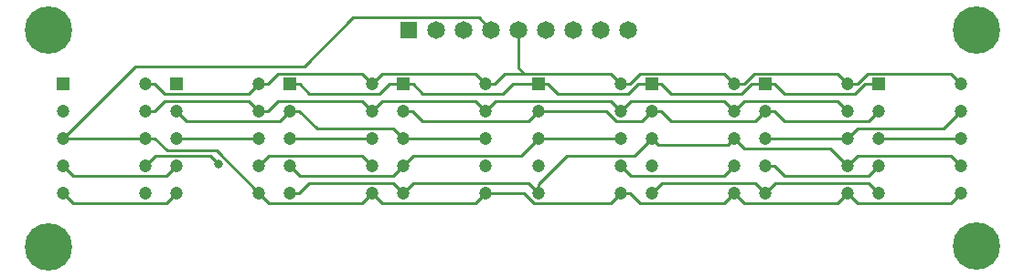
<source format=gbr>
G04 #@! TF.GenerationSoftware,KiCad,Pcbnew,(5.1.10)-1*
G04 #@! TF.CreationDate,2021-10-20T16:59:38-04:00*
G04 #@! TF.ProjectId,7seg,37736567-2e6b-4696-9361-645f70636258,rev?*
G04 #@! TF.SameCoordinates,Original*
G04 #@! TF.FileFunction,Copper,L1,Top*
G04 #@! TF.FilePolarity,Positive*
%FSLAX46Y46*%
G04 Gerber Fmt 4.6, Leading zero omitted, Abs format (unit mm)*
G04 Created by KiCad (PCBNEW (5.1.10)-1) date 2021-10-20 16:59:38*
%MOMM*%
%LPD*%
G01*
G04 APERTURE LIST*
G04 #@! TA.AperFunction,ComponentPad*
%ADD10C,4.400000*%
G04 #@! TD*
G04 #@! TA.AperFunction,ComponentPad*
%ADD11C,1.650000*%
G04 #@! TD*
G04 #@! TA.AperFunction,ComponentPad*
%ADD12R,1.650000X1.650000*%
G04 #@! TD*
G04 #@! TA.AperFunction,ComponentPad*
%ADD13C,1.200000*%
G04 #@! TD*
G04 #@! TA.AperFunction,ComponentPad*
%ADD14R,1.200000X1.200000*%
G04 #@! TD*
G04 #@! TA.AperFunction,ViaPad*
%ADD15C,0.800000*%
G04 #@! TD*
G04 #@! TA.AperFunction,Conductor*
%ADD16C,0.254000*%
G04 #@! TD*
G04 #@! TA.AperFunction,Conductor*
%ADD17C,0.250000*%
G04 #@! TD*
G04 APERTURE END LIST*
D10*
X159537400Y-70053200D03*
X159537400Y-90119200D03*
X73583800Y-90144600D03*
X73583800Y-70027800D03*
D11*
X127320000Y-70000000D03*
X124780000Y-70000000D03*
X122240000Y-70000000D03*
X119700000Y-70000000D03*
X117160000Y-70000000D03*
X114620000Y-70000000D03*
X112080000Y-70000000D03*
X109540000Y-70000000D03*
D12*
X107000000Y-70000000D03*
D13*
X82620000Y-75000000D03*
X82620000Y-77540000D03*
X82620000Y-80080000D03*
X82620000Y-82620000D03*
X82620000Y-85160000D03*
X75000000Y-85160000D03*
X75000000Y-82620000D03*
X75000000Y-80080000D03*
X75000000Y-77540000D03*
D14*
X75000000Y-75000000D03*
D13*
X158120000Y-75000000D03*
X158120000Y-77540000D03*
X158120000Y-80080000D03*
X158120000Y-82620000D03*
X158120000Y-85160000D03*
X150500000Y-85160000D03*
X150500000Y-82620000D03*
X150500000Y-80080000D03*
X150500000Y-77540000D03*
D14*
X150500000Y-75000000D03*
D13*
X147620000Y-75000000D03*
X147620000Y-77540000D03*
X147620000Y-80080000D03*
X147620000Y-82620000D03*
X147620000Y-85160000D03*
X140000000Y-85160000D03*
X140000000Y-82620000D03*
X140000000Y-80080000D03*
X140000000Y-77540000D03*
D14*
X140000000Y-75000000D03*
D13*
X137120000Y-75000000D03*
X137120000Y-77540000D03*
X137120000Y-80080000D03*
X137120000Y-82620000D03*
X137120000Y-85160000D03*
X129500000Y-85160000D03*
X129500000Y-82620000D03*
X129500000Y-80080000D03*
X129500000Y-77540000D03*
D14*
X129500000Y-75000000D03*
D13*
X126620000Y-75000000D03*
X126620000Y-77540000D03*
X126620000Y-80080000D03*
X126620000Y-82620000D03*
X126620000Y-85160000D03*
X119000000Y-85160000D03*
X119000000Y-82620000D03*
X119000000Y-80080000D03*
X119000000Y-77540000D03*
D14*
X119000000Y-75000000D03*
D13*
X114120000Y-75000000D03*
X114120000Y-77540000D03*
X114120000Y-80080000D03*
X114120000Y-82620000D03*
X114120000Y-85160000D03*
X106500000Y-85160000D03*
X106500000Y-82620000D03*
X106500000Y-80080000D03*
X106500000Y-77540000D03*
D14*
X106500000Y-75000000D03*
D13*
X103620000Y-75000000D03*
X103620000Y-77540000D03*
X103620000Y-80080000D03*
X103620000Y-82620000D03*
X103620000Y-85160000D03*
X96000000Y-85160000D03*
X96000000Y-82620000D03*
X96000000Y-80080000D03*
X96000000Y-77540000D03*
D14*
X96000000Y-75000000D03*
D13*
X93120000Y-75000000D03*
X93120000Y-77540000D03*
X93120000Y-80080000D03*
X93120000Y-82620000D03*
X93120000Y-85160000D03*
X85500000Y-85160000D03*
X85500000Y-82620000D03*
X85500000Y-80080000D03*
X85500000Y-77540000D03*
D14*
X85500000Y-75000000D03*
D15*
X89400000Y-82500000D03*
D16*
X84572999Y-83547001D02*
X84900001Y-83219999D01*
X75927001Y-83547001D02*
X84572999Y-83547001D01*
X84900001Y-83219999D02*
X85500000Y-82620000D01*
X75000000Y-82620000D02*
X75927001Y-83547001D01*
X105900001Y-83219999D02*
X106500000Y-82620000D01*
X105572999Y-83547001D02*
X105900001Y-83219999D01*
X96927001Y-83547001D02*
X105572999Y-83547001D01*
X96000000Y-82620000D02*
X96927001Y-83547001D01*
X117387001Y-81692999D02*
X118400001Y-80679999D01*
X107427001Y-81692999D02*
X117387001Y-81692999D01*
X118400001Y-80679999D02*
X119000000Y-80080000D01*
X106500000Y-82620000D02*
X107427001Y-81692999D01*
X119848528Y-80080000D02*
X126620000Y-80080000D01*
X119000000Y-80080000D02*
X119848528Y-80080000D01*
X139400001Y-84560001D02*
X140000000Y-85160000D01*
X130427001Y-84232999D02*
X139072999Y-84232999D01*
X139072999Y-84232999D02*
X139400001Y-84560001D01*
X129500000Y-85160000D02*
X130427001Y-84232999D01*
X149900001Y-84560001D02*
X150500000Y-85160000D01*
X149572999Y-84232999D02*
X149900001Y-84560001D01*
X140927001Y-84232999D02*
X149572999Y-84232999D01*
X140000000Y-85160000D02*
X140927001Y-84232999D01*
X84900001Y-85759999D02*
X85500000Y-85160000D01*
X84572999Y-86087001D02*
X84900001Y-85759999D01*
X75927001Y-86087001D02*
X84572999Y-86087001D01*
X75000000Y-85160000D02*
X75927001Y-86087001D01*
X105900001Y-84560001D02*
X106500000Y-85160000D01*
X105572999Y-84232999D02*
X105900001Y-84560001D01*
X97775529Y-84232999D02*
X105572999Y-84232999D01*
X96848528Y-85160000D02*
X97775529Y-84232999D01*
X96000000Y-85160000D02*
X96848528Y-85160000D01*
X118400001Y-84560001D02*
X119000000Y-85160000D01*
X118072999Y-84232999D02*
X118400001Y-84560001D01*
X107427001Y-84232999D02*
X118072999Y-84232999D01*
X106500000Y-85160000D02*
X107427001Y-84232999D01*
X119000000Y-84311472D02*
X121618473Y-81692999D01*
X119000000Y-85160000D02*
X119000000Y-84311472D01*
X127887001Y-81692999D02*
X129500000Y-80080000D01*
X121618473Y-81692999D02*
X127887001Y-81692999D01*
X136520001Y-80679999D02*
X137120000Y-80080000D01*
X130099999Y-80679999D02*
X136520001Y-80679999D01*
X129500000Y-80080000D02*
X130099999Y-80679999D01*
X147020001Y-82020001D02*
X147620000Y-82620000D01*
X146007001Y-81007001D02*
X147020001Y-82020001D01*
X138047001Y-81007001D02*
X146007001Y-81007001D01*
X137120000Y-80080000D02*
X138047001Y-81007001D01*
X157520001Y-82020001D02*
X158120000Y-82620000D01*
X157192999Y-81692999D02*
X157520001Y-82020001D01*
X148547001Y-81692999D02*
X157192999Y-81692999D01*
X147620000Y-82620000D02*
X148547001Y-81692999D01*
X88592999Y-81692999D02*
X89400000Y-82500000D01*
X82620000Y-82620000D02*
X83547001Y-81692999D01*
X83547001Y-81692999D02*
X88592999Y-81692999D01*
X103020001Y-82020001D02*
X103620000Y-82620000D01*
X102692999Y-81692999D02*
X103020001Y-82020001D01*
X94047001Y-81692999D02*
X102692999Y-81692999D01*
X93120000Y-82620000D02*
X94047001Y-81692999D01*
X136520001Y-83219999D02*
X137120000Y-82620000D01*
X136192999Y-83547001D02*
X136520001Y-83219999D01*
X127547001Y-83547001D02*
X136192999Y-83547001D01*
X126620000Y-82620000D02*
X127547001Y-83547001D01*
X140848528Y-80080000D02*
X147620000Y-80080000D01*
X140000000Y-80080000D02*
X140848528Y-80080000D01*
X157520001Y-78139999D02*
X158120000Y-77540000D01*
X156507001Y-79152999D02*
X157520001Y-78139999D01*
X148547001Y-79152999D02*
X156507001Y-79152999D01*
X147620000Y-80080000D02*
X148547001Y-79152999D01*
X92520001Y-76940001D02*
X93120000Y-77540000D01*
X92192999Y-76612999D02*
X92520001Y-76940001D01*
X83468528Y-77540000D02*
X84395529Y-76612999D01*
X84395529Y-76612999D02*
X92192999Y-76612999D01*
X82620000Y-77540000D02*
X83468528Y-77540000D01*
X102692999Y-76612999D02*
X103020001Y-76940001D01*
X103020001Y-76940001D02*
X103620000Y-77540000D01*
X94895529Y-76612999D02*
X102692999Y-76612999D01*
X93968528Y-77540000D02*
X94895529Y-76612999D01*
X93120000Y-77540000D02*
X93968528Y-77540000D01*
X113520001Y-76940001D02*
X114120000Y-77540000D01*
X113192999Y-76612999D02*
X113520001Y-76940001D01*
X104547001Y-76612999D02*
X113192999Y-76612999D01*
X103620000Y-77540000D02*
X104547001Y-76612999D01*
X125692999Y-76612999D02*
X126020001Y-76940001D01*
X126020001Y-76940001D02*
X126620000Y-77540000D01*
X115047001Y-76612999D02*
X125692999Y-76612999D01*
X114120000Y-77540000D02*
X115047001Y-76612999D01*
X136520001Y-76940001D02*
X137120000Y-77540000D01*
X136192999Y-76612999D02*
X136520001Y-76940001D01*
X127547001Y-76612999D02*
X136192999Y-76612999D01*
X126620000Y-77540000D02*
X127547001Y-76612999D01*
X147020001Y-76940001D02*
X147620000Y-77540000D01*
X146692999Y-76612999D02*
X147020001Y-76940001D01*
X138047001Y-76612999D02*
X146692999Y-76612999D01*
X137120000Y-77540000D02*
X138047001Y-76612999D01*
X151348528Y-80080000D02*
X158120000Y-80080000D01*
X150500000Y-80080000D02*
X151348528Y-80080000D01*
X92520001Y-75599999D02*
X93120000Y-75000000D01*
X92192999Y-75927001D02*
X92520001Y-75599999D01*
X84395529Y-75927001D02*
X92192999Y-75927001D01*
X83468528Y-75000000D02*
X84395529Y-75927001D01*
X82620000Y-75000000D02*
X83468528Y-75000000D01*
X102692999Y-74072999D02*
X103020001Y-74400001D01*
X93968528Y-75000000D02*
X94895529Y-74072999D01*
X103020001Y-74400001D02*
X103620000Y-75000000D01*
X94895529Y-74072999D02*
X102692999Y-74072999D01*
X93120000Y-75000000D02*
X93968528Y-75000000D01*
X113192999Y-74072999D02*
X113520001Y-74400001D01*
X104547001Y-74072999D02*
X113192999Y-74072999D01*
X113520001Y-74400001D02*
X114120000Y-75000000D01*
X103620000Y-75000000D02*
X104547001Y-74072999D01*
X126020001Y-74400001D02*
X126620000Y-75000000D01*
X125692999Y-74072999D02*
X126020001Y-74400001D01*
X114968528Y-75000000D02*
X115895529Y-74072999D01*
X114120000Y-75000000D02*
X114968528Y-75000000D01*
X136192999Y-74072999D02*
X136520001Y-74400001D01*
X136520001Y-74400001D02*
X137120000Y-75000000D01*
X128395529Y-74072999D02*
X136192999Y-74072999D01*
X127468528Y-75000000D02*
X128395529Y-74072999D01*
X126620000Y-75000000D02*
X127468528Y-75000000D01*
X147020001Y-74400001D02*
X147620000Y-75000000D01*
X146692999Y-74072999D02*
X147020001Y-74400001D01*
X138057933Y-75000000D02*
X138984934Y-74072999D01*
X138984934Y-74072999D02*
X146692999Y-74072999D01*
X137120000Y-75000000D02*
X138057933Y-75000000D01*
X157192999Y-74072999D02*
X157520001Y-74400001D01*
X157520001Y-74400001D02*
X158120000Y-75000000D01*
X148557933Y-75000000D02*
X149484934Y-74072999D01*
X149484934Y-74072999D02*
X157192999Y-74072999D01*
X147620000Y-75000000D02*
X148557933Y-75000000D01*
D17*
X117160000Y-70000000D02*
X117160000Y-73535998D01*
D16*
X117697001Y-74072999D02*
X125692999Y-74072999D01*
D17*
X117160000Y-73535998D02*
X117697001Y-74072999D01*
D16*
X115895529Y-74072999D02*
X117697001Y-74072999D01*
X75848528Y-80080000D02*
X82620000Y-80080000D01*
X75000000Y-80080000D02*
X75848528Y-80080000D01*
X82620000Y-80080000D02*
X83468528Y-80080000D01*
X93120000Y-85160000D02*
X89160000Y-81200000D01*
X84588528Y-81200000D02*
X83468528Y-80080000D01*
X89160000Y-81200000D02*
X84588528Y-81200000D01*
X103020001Y-85759999D02*
X103620000Y-85160000D01*
X102692999Y-86087001D02*
X103020001Y-85759999D01*
X94047001Y-86087001D02*
X102692999Y-86087001D01*
X93120000Y-85160000D02*
X94047001Y-86087001D01*
X113520001Y-85759999D02*
X114120000Y-85160000D01*
X113192999Y-86087001D02*
X113520001Y-85759999D01*
X104547001Y-86087001D02*
X113192999Y-86087001D01*
X103620000Y-85160000D02*
X104547001Y-86087001D01*
X125692999Y-86087001D02*
X126020001Y-85759999D01*
X118555039Y-86087001D02*
X125692999Y-86087001D01*
X117628038Y-85160000D02*
X118555039Y-86087001D01*
X126020001Y-85759999D02*
X126620000Y-85160000D01*
X114120000Y-85160000D02*
X117628038Y-85160000D01*
X136520001Y-85759999D02*
X137120000Y-85160000D01*
X136192999Y-86087001D02*
X136520001Y-85759999D01*
X128395529Y-86087001D02*
X136192999Y-86087001D01*
X127468528Y-85160000D02*
X128395529Y-86087001D01*
X126620000Y-85160000D02*
X127468528Y-85160000D01*
X147020001Y-85759999D02*
X147620000Y-85160000D01*
X146692999Y-86087001D02*
X147020001Y-85759999D01*
X138047001Y-86087001D02*
X146692999Y-86087001D01*
X137120000Y-85160000D02*
X138047001Y-86087001D01*
X157520001Y-85759999D02*
X158120000Y-85160000D01*
X148547001Y-86087001D02*
X157192999Y-86087001D01*
X157192999Y-86087001D02*
X157520001Y-85759999D01*
X147620000Y-85160000D02*
X148547001Y-86087001D01*
X81674000Y-73406000D02*
X75000000Y-80080000D01*
D17*
X81674000Y-73406000D02*
X97282000Y-73406000D01*
X113469999Y-68849999D02*
X114620000Y-70000000D01*
X101838001Y-68849999D02*
X113469999Y-68849999D01*
X97282000Y-73406000D02*
X101838001Y-68849999D01*
D16*
X85500000Y-80080000D02*
X93120000Y-80080000D01*
X97781001Y-75927001D02*
X104272999Y-75927001D01*
X96000000Y-75000000D02*
X96854000Y-75000000D01*
X96854000Y-75000000D02*
X97781001Y-75927001D01*
X105200000Y-75000000D02*
X106500000Y-75000000D01*
X104272999Y-75927001D02*
X105200000Y-75000000D01*
X108281001Y-75927001D02*
X115672999Y-75927001D01*
X106500000Y-75000000D02*
X107354000Y-75000000D01*
X107354000Y-75000000D02*
X108281001Y-75927001D01*
X116600000Y-75000000D02*
X119000000Y-75000000D01*
X115672999Y-75927001D02*
X116600000Y-75000000D01*
X120781001Y-75927001D02*
X127272999Y-75927001D01*
X119000000Y-75000000D02*
X119854000Y-75000000D01*
X119854000Y-75000000D02*
X120781001Y-75927001D01*
X128200000Y-75000000D02*
X129500000Y-75000000D01*
X127272999Y-75927001D02*
X128200000Y-75000000D01*
X131281001Y-75927001D02*
X137772999Y-75927001D01*
X129500000Y-75000000D02*
X130354000Y-75000000D01*
X130354000Y-75000000D02*
X131281001Y-75927001D01*
X138700000Y-75000000D02*
X140000000Y-75000000D01*
X137772999Y-75927001D02*
X138700000Y-75000000D01*
X141781001Y-75927001D02*
X148272999Y-75927001D01*
X140000000Y-75000000D02*
X140854000Y-75000000D01*
X140854000Y-75000000D02*
X141781001Y-75927001D01*
X149200000Y-75000000D02*
X150500000Y-75000000D01*
X148272999Y-75927001D02*
X149200000Y-75000000D01*
X96000000Y-80080000D02*
X103620000Y-80080000D01*
X118072999Y-78467001D02*
X118400001Y-78139999D01*
X108275529Y-78467001D02*
X118072999Y-78467001D01*
X118400001Y-78139999D02*
X119000000Y-77540000D01*
X107348528Y-77540000D02*
X108275529Y-78467001D01*
X106500000Y-77540000D02*
X107348528Y-77540000D01*
X128900001Y-78139999D02*
X129500000Y-77540000D01*
X128572999Y-78467001D02*
X128900001Y-78139999D01*
X126175039Y-78467001D02*
X128572999Y-78467001D01*
X125248038Y-77540000D02*
X126175039Y-78467001D01*
X119000000Y-77540000D02*
X125248038Y-77540000D01*
X139072999Y-78467001D02*
X139400001Y-78139999D01*
X131275529Y-78467001D02*
X139072999Y-78467001D01*
X139400001Y-78139999D02*
X140000000Y-77540000D01*
X130348528Y-77540000D02*
X131275529Y-78467001D01*
X129500000Y-77540000D02*
X130348528Y-77540000D01*
X149900001Y-78139999D02*
X150500000Y-77540000D01*
X149572999Y-78467001D02*
X149900001Y-78139999D01*
X141775529Y-78467001D02*
X149572999Y-78467001D01*
X140848528Y-77540000D02*
X141775529Y-78467001D01*
X140000000Y-77540000D02*
X140848528Y-77540000D01*
X95400001Y-78139999D02*
X96000000Y-77540000D01*
X95072999Y-78467001D02*
X95400001Y-78139999D01*
X86427001Y-78467001D02*
X95072999Y-78467001D01*
X85500000Y-77540000D02*
X86427001Y-78467001D01*
X105900001Y-79480001D02*
X106500000Y-80080000D01*
X98461527Y-79152999D02*
X105572999Y-79152999D01*
X96848528Y-77540000D02*
X98461527Y-79152999D01*
X105572999Y-79152999D02*
X105900001Y-79480001D01*
X96000000Y-77540000D02*
X96848528Y-77540000D01*
X106500000Y-80080000D02*
X114120000Y-80080000D01*
X149900001Y-83219999D02*
X150500000Y-82620000D01*
X149572999Y-83547001D02*
X149900001Y-83219999D01*
X141775529Y-83547001D02*
X149572999Y-83547001D01*
X140848528Y-82620000D02*
X141775529Y-83547001D01*
X140000000Y-82620000D02*
X140848528Y-82620000D01*
M02*

</source>
